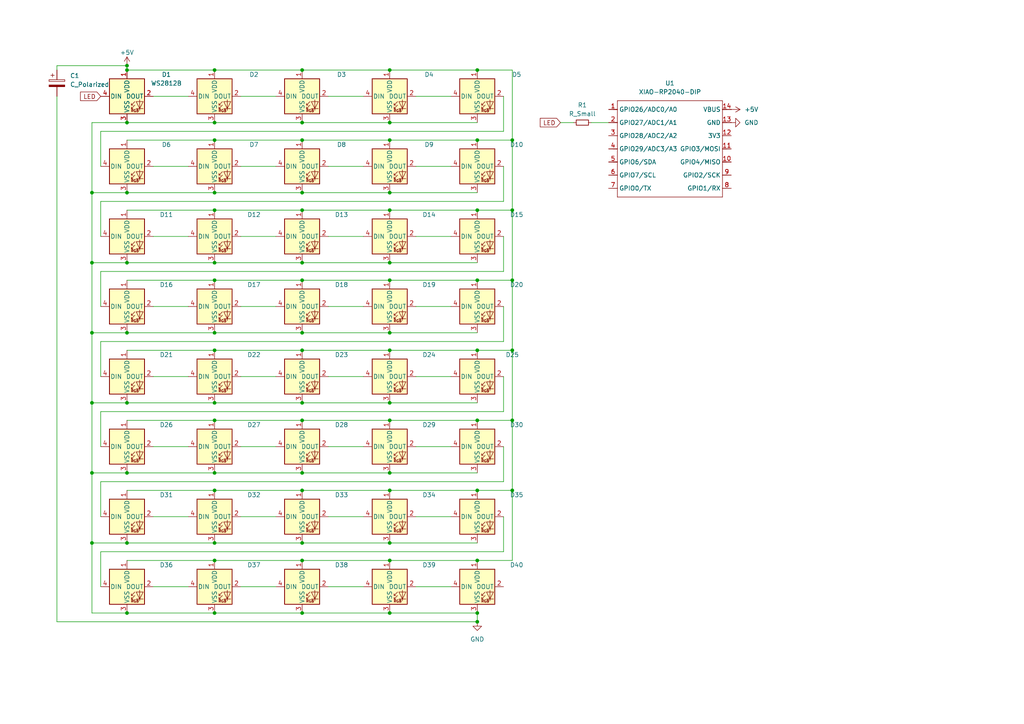
<source format=kicad_sch>
(kicad_sch (version 20231120) (generator "eeschema") (generator_version "8.0")
  (paper "A4")
  (lib_symbols
    (symbol "Device:C_Polarized" (pin_numbers hide) (pin_names (offset 0.254))
      (property "Reference" "C" (at 0.635 2.54 0))
      (property "Value" "C_Polarized" (at 0.635 -2.54 0))
      (symbol "C_Polarized_0_1"
        (rectangle (start -2.286 0.508) (end 2.286 1.016))
        (polyline (pts (xy -1.778 2.286) (xy -0.762 2.286)))
        (polyline (pts (xy -1.27 2.794) (xy -1.27 1.778)))
        (rectangle (start 2.286 -0.508) (end -2.286 -1.016) (fill (type outline)))
      )
      (symbol "C_Polarized_1_1"
        (pin passive line (at 0 3.81 270) (length 2.794) (name "~") (number "1"))
        (pin passive line (at 0 -3.81 90) (length 2.794) (name "~") (number "2"))
      )
    )
    (symbol "Device:R_Small" (pin_numbers hide) (pin_names (offset 0.254) hide)
      (property "Reference" "R" (at 0.762 0.508 0))
      (property "Value" "R_Small" (at 0.762 -1.016 0))
      (symbol "R_Small_0_1"
        (rectangle (start -0.762 1.778) (end 0.762 -1.778) (stroke (width 0.2032)))
      )
      (symbol "R_Small_1_1"
        (pin passive line (at 0 2.54 270) (length 0.762) (name "~") (number "1"))
        (pin passive line (at 0 -2.54 90) (length 0.762) (name "~") (number "2"))
      )
    )
    (symbol "LED:WS2812B" (pin_names (offset 0.254))
      (property "Reference" "D" (at 5.08 5.715 0))
      (property "Value" "WS2812B" (at 1.27 -5.715 0))
      (symbol "WS2812B_0_0"
        (text "RGB" (at 2.286 -4.191 0) (effects (font (size 0.762 0.762))))
      )
      (symbol "WS2812B_0_1"
        (polyline (pts (xy 1.27 -3.556) (xy 1.778 -3.556)))
        (polyline (pts (xy 1.27 -2.54) (xy 1.778 -2.54)))
        (polyline (pts (xy 4.699 -3.556) (xy 2.667 -3.556)))
        (polyline (pts (xy 2.286 -2.54) (xy 1.27 -3.556) (xy 1.27 -3.048)))
        (polyline (pts (xy 2.286 -1.524) (xy 1.27 -2.54) (xy 1.27 -2.032)))
        (polyline (pts (xy 3.683 -1.016) (xy 3.683 -3.556) (xy 3.683 -4.064)))
        (polyline (pts (xy 4.699 -1.524) (xy 2.667 -1.524) (xy 3.683 -3.556) (xy 4.699 -1.524)))
        (rectangle (start 5.08 5.08) (end -5.08 -5.08) (stroke (width 0.254)) (fill (type background)))
      )
      (symbol "WS2812B_1_1"
        (pin power_in line (at 0 7.62 270) (length 2.54) (name "VDD") (number "1"))
        (pin output line (at 7.62 0 180) (length 2.54) (name "DOUT") (number "2"))
        (pin power_in line (at 0 -7.62 90) (length 2.54) (name "VSS") (number "3"))
        (pin input line (at -7.62 0 0) (length 2.54) (name "DIN") (number "4"))
      )
    )
    (symbol "OPL:XIAO-RP2040-DIP"
      (property "Reference" "U" (at 0 0 0))
      (property "Value" "XIAO-RP2040-DIP" (at 5.334 -1.778 0))
      (symbol "XIAO-RP2040-DIP_1_0"
        (polyline (pts (xy -1.27 -30.48) (xy -1.27 -16.51)) (stroke (width 0.1524)))
        (polyline (pts (xy -1.27 -27.94) (xy -2.54 -27.94)) (stroke (width 0.1524)))
        (polyline (pts (xy -1.27 -24.13) (xy -2.54 -24.13)) (stroke (width 0.1524)))
        (polyline (pts (xy -1.27 -20.32) (xy -2.54 -20.32)) (stroke (width 0.1524)))
        (polyline (pts (xy -1.27 -16.51) (xy -2.54 -16.51)) (stroke (width 0.1524)))
        (polyline (pts (xy -1.27 -16.51) (xy -1.27 -12.7)) (stroke (width 0.1524)))
        (polyline (pts (xy -1.27 -12.7) (xy -2.54 -12.7)) (stroke (width 0.1524)))
        (polyline (pts (xy -1.27 -12.7) (xy -1.27 -8.89)) (stroke (width 0.1524)))
        (polyline (pts (xy -1.27 -8.89) (xy -2.54 -8.89)) (stroke (width 0.1524)))
        (polyline (pts (xy -1.27 -8.89) (xy -1.27 -5.08)) (stroke (width 0.1524)))
        (polyline (pts (xy -1.27 -5.08) (xy -2.54 -5.08)) (stroke (width 0.1524)))
        (polyline (pts (xy -1.27 -5.08) (xy -1.27 -2.54)) (stroke (width 0.1524)))
        (polyline (pts (xy -1.27 -2.54) (xy 29.21 -2.54)) (stroke (width 0.1524)))
        (polyline (pts (xy 29.21 -30.48) (xy -1.27 -30.48)) (stroke (width 0.1524)))
        (polyline (pts (xy 29.21 -12.7) (xy 29.21 -30.48)) (stroke (width 0.1524)))
        (polyline (pts (xy 29.21 -8.89) (xy 29.21 -12.7)) (stroke (width 0.1524)))
        (polyline (pts (xy 29.21 -5.08) (xy 29.21 -8.89)) (stroke (width 0.1524)))
        (polyline (pts (xy 29.21 -2.54) (xy 29.21 -5.08)) (stroke (width 0.1524)))
        (polyline (pts (xy 30.48 -27.94) (xy 29.21 -27.94)) (stroke (width 0.1524)))
        (polyline (pts (xy 30.48 -24.13) (xy 29.21 -24.13)) (stroke (width 0.1524)))
        (polyline (pts (xy 30.48 -20.32) (xy 29.21 -20.32)) (stroke (width 0.1524)))
        (polyline (pts (xy 30.48 -16.51) (xy 29.21 -16.51)) (stroke (width 0.1524)))
        (polyline (pts (xy 30.48 -12.7) (xy 29.21 -12.7)) (stroke (width 0.1524)))
        (polyline (pts (xy 30.48 -8.89) (xy 29.21 -8.89)) (stroke (width 0.1524)))
        (polyline (pts (xy 30.48 -5.08) (xy 29.21 -5.08)) (stroke (width 0.1524)))
        (pin passive line (at -3.81 -5.08 0) (length 2.54) (name "GPIO26/ADC0/A0") (number "1"))
        (pin passive line (at 31.75 -20.32 180) (length 2.54) (name "GPIO4/MISO") (number "10"))
        (pin passive line (at 31.75 -16.51 180) (length 2.54) (name "GPIO3/MOSI") (number "11"))
        (pin passive line (at 31.75 -12.7 180) (length 2.54) (name "3V3") (number "12"))
        (pin passive line (at 31.75 -8.89 180) (length 2.54) (name "GND") (number "13"))
        (pin passive line (at 31.75 -5.08 180) (length 2.54) (name "VBUS") (number "14"))
        (pin passive line (at -3.81 -8.89 0) (length 2.54) (name "GPIO27/ADC1/A1") (number "2"))
        (pin passive line (at -3.81 -12.7 0) (length 2.54) (name "GPIO28/ADC2/A2") (number "3"))
        (pin passive line (at -3.81 -16.51 0) (length 2.54) (name "GPIO29/ADC3/A3") (number "4"))
        (pin passive line (at -3.81 -20.32 0) (length 2.54) (name "GPIO6/SDA") (number "5"))
        (pin passive line (at -3.81 -24.13 0) (length 2.54) (name "GPIO7/SCL") (number "6"))
        (pin passive line (at -3.81 -27.94 0) (length 2.54) (name "GPIO0/TX") (number "7"))
        (pin passive line (at 31.75 -27.94 180) (length 2.54) (name "GPIO1/RX") (number "8"))
        (pin passive line (at 31.75 -24.13 180) (length 2.54) (name "GPIO2/SCK") (number "9"))
      )
    )
    (symbol "power:+5V" (power) (pin_numbers hide) (pin_names (offset 0) hide)
      (property "Value" "+5V" (at 0 3.556 0))
      (symbol "+5V_0_1"
        (polyline (pts (xy -0.762 1.27) (xy 0 2.54)))
        (polyline (pts (xy 0 0) (xy 0 2.54)))
        (polyline (pts (xy 0 2.54) (xy 0.762 1.27)))
      )
      (symbol "+5V_1_1"
        (pin power_in line (at 0 0 90) (length 0) (name "~") (number "1"))
      )
    )
    (symbol "power:GND" (power) (pin_numbers hide) (pin_names (offset 0) hide)
      (property "Value" "GND" (at 0 -3.81 0))
      (symbol "GND_0_1"
        (polyline (pts (xy 0 0) (xy 0 -1.27) (xy 1.27 -1.27) (xy 0 -2.54) (xy -1.27 -1.27) (xy 0 -1.27)))
      )
      (symbol "GND_1_1"
        (pin power_in line (at 0 0 270) (length 0) (name "~") (number "1"))
      )
    )
  )
  (junction (at 113.03 40.64))
  (junction (at 87.63 81.28))
  (junction (at 87.63 76.2))
  (junction (at 148.59 121.92))
  (junction (at 138.43 101.6))
  (junction (at 62.23 121.92))
  (junction (at 138.43 81.28))
  (junction (at 26.67 96.52))
  (junction (at 62.23 116.84))
  (junction (at 138.43 177.8))
  (junction (at 36.83 177.8))
  (junction (at 26.67 76.2))
  (junction (at 148.59 101.6))
  (junction (at 36.83 35.56))
  (junction (at 26.67 157.48))
  (junction (at 62.23 162.56))
  (junction (at 62.23 157.48))
  (junction (at 87.63 157.48))
  (junction (at 148.59 60.96))
  (junction (at 113.03 157.48))
  (junction (at 113.03 20.32))
  (junction (at 62.23 101.6))
  (junction (at 87.63 40.64))
  (junction (at 26.67 55.88))
  (junction (at 87.63 142.24))
  (junction (at 113.03 121.92))
  (junction (at 36.83 19.05))
  (junction (at 87.63 55.88))
  (junction (at 36.83 20.32))
  (junction (at 87.63 20.32))
  (junction (at 113.03 137.16))
  (junction (at 36.83 137.16))
  (junction (at 113.03 96.52))
  (junction (at 138.43 40.64))
  (junction (at 87.63 137.16))
  (junction (at 62.23 142.24))
  (junction (at 62.23 60.96))
  (junction (at 62.23 81.28))
  (junction (at 113.03 162.56))
  (junction (at 36.83 157.48))
  (junction (at 36.83 116.84))
  (junction (at 113.03 76.2))
  (junction (at 138.43 20.32))
  (junction (at 113.03 81.28))
  (junction (at 138.43 162.56))
  (junction (at 87.63 162.56))
  (junction (at 148.59 81.28))
  (junction (at 62.23 35.56))
  (junction (at 26.67 137.16))
  (junction (at 62.23 55.88))
  (junction (at 87.63 35.56))
  (junction (at 113.03 35.56))
  (junction (at 148.59 142.24))
  (junction (at 138.43 142.24))
  (junction (at 62.23 137.16))
  (junction (at 113.03 116.84))
  (junction (at 26.67 116.84))
  (junction (at 138.43 121.92))
  (junction (at 87.63 60.96))
  (junction (at 87.63 177.8))
  (junction (at 62.23 40.64))
  (junction (at 113.03 101.6))
  (junction (at 138.43 180.34))
  (junction (at 62.23 177.8))
  (junction (at 87.63 116.84))
  (junction (at 36.83 96.52))
  (junction (at 113.03 55.88))
  (junction (at 148.59 40.64))
  (junction (at 87.63 96.52))
  (junction (at 87.63 101.6))
  (junction (at 36.83 55.88))
  (junction (at 87.63 121.92))
  (junction (at 62.23 96.52))
  (junction (at 113.03 60.96))
  (junction (at 113.03 177.8))
  (junction (at 138.43 60.96))
  (junction (at 113.03 142.24))
  (junction (at 62.23 76.2))
  (junction (at 62.23 20.32))
  (junction (at 36.83 76.2))
  (wire (pts (xy 36.83 19.05) (xy 16.51 19.05)))
  (wire (pts (xy 36.83 60.96) (xy 62.23 60.96)))
  (wire (pts (xy 29.21 38.1) (xy 29.21 48.26)))
  (wire (pts (xy 146.05 149.86) (xy 146.05 160.02)))
  (wire (pts (xy 148.59 121.92) (xy 138.43 121.92)))
  (wire (pts (xy 120.65 88.9) (xy 130.81 88.9)))
  (wire (pts (xy 62.23 35.56) (xy 87.63 35.56)))
  (wire (pts (xy 120.65 109.22) (xy 130.81 109.22)))
  (wire (pts (xy 95.25 48.26) (xy 105.41 48.26)))
  (wire (pts (xy 146.05 38.1) (xy 29.21 38.1)))
  (wire (pts (xy 138.43 81.28) (xy 148.59 81.28)))
  (wire (pts (xy 113.03 142.24) (xy 138.43 142.24)))
  (wire (pts (xy 36.83 96.52) (xy 62.23 96.52)))
  (wire (pts (xy 95.25 27.94) (xy 105.41 27.94)))
  (wire (pts (xy 62.23 55.88) (xy 87.63 55.88)))
  (wire (pts (xy 62.23 76.2) (xy 87.63 76.2)))
  (wire (pts (xy 113.03 76.2) (xy 138.43 76.2)))
  (wire (pts (xy 87.63 35.56) (xy 113.03 35.56)))
  (wire (pts (xy 148.59 142.24) (xy 148.59 162.56)))
  (wire (pts (xy 113.03 60.96) (xy 138.43 60.96)))
  (wire (pts (xy 29.21 139.7) (xy 29.21 149.86)))
  (wire (pts (xy 148.59 121.92) (xy 148.59 142.24)))
  (wire (pts (xy 36.83 76.2) (xy 62.23 76.2)))
  (wire (pts (xy 36.83 142.24) (xy 62.23 142.24)))
  (wire (pts (xy 44.45 149.86) (xy 54.61 149.86)))
  (wire (pts (xy 146.05 119.38) (xy 29.21 119.38)))
  (wire (pts (xy 29.21 160.02) (xy 29.21 170.18)))
  (wire (pts (xy 29.21 58.42) (xy 29.21 68.58)))
  (wire (pts (xy 62.23 137.16) (xy 87.63 137.16)))
  (wire (pts (xy 29.21 119.38) (xy 29.21 129.54)))
  (wire (pts (xy 146.05 68.58) (xy 146.05 78.74)))
  (wire (pts (xy 62.23 157.48) (xy 87.63 157.48)))
  (wire (pts (xy 69.85 129.54) (xy 80.01 129.54)))
  (wire (pts (xy 62.23 177.8) (xy 87.63 177.8)))
  (wire (pts (xy 36.83 162.56) (xy 62.23 162.56)))
  (wire (pts (xy 113.03 96.52) (xy 138.43 96.52)))
  (wire (pts (xy 148.59 20.32) (xy 148.59 40.64)))
  (wire (pts (xy 138.43 60.96) (xy 148.59 60.96)))
  (wire (pts (xy 148.59 162.56) (xy 138.43 162.56)))
  (wire (pts (xy 113.03 137.16) (xy 138.43 137.16)))
  (wire (pts (xy 146.05 160.02) (xy 29.21 160.02)))
  (wire (pts (xy 148.59 60.96) (xy 148.59 81.28)))
  (wire (pts (xy 87.63 162.56) (xy 113.03 162.56)))
  (wire (pts (xy 113.03 177.8) (xy 138.43 177.8)))
  (wire (pts (xy 44.45 170.18) (xy 54.61 170.18)))
  (wire (pts (xy 87.63 20.32) (xy 113.03 20.32)))
  (wire (pts (xy 29.21 78.74) (xy 29.21 88.9)))
  (wire (pts (xy 87.63 81.28) (xy 113.03 81.28)))
  (wire (pts (xy 146.05 48.26) (xy 146.05 58.42)))
  (wire (pts (xy 95.25 88.9) (xy 105.41 88.9)))
  (wire (pts (xy 113.03 55.88) (xy 138.43 55.88)))
  (wire (pts (xy 69.85 170.18) (xy 80.01 170.18)))
  (wire (pts (xy 146.05 27.94) (xy 146.05 38.1)))
  (wire (pts (xy 26.67 177.8) (xy 36.83 177.8)))
  (wire (pts (xy 62.23 142.24) (xy 87.63 142.24)))
  (wire (pts (xy 69.85 48.26) (xy 80.01 48.26)))
  (wire (pts (xy 36.83 81.28) (xy 62.23 81.28)))
  (wire (pts (xy 26.67 35.56) (xy 26.67 55.88)))
  (wire (pts (xy 146.05 109.22) (xy 146.05 119.38)))
  (wire (pts (xy 36.83 137.16) (xy 62.23 137.16)))
  (wire (pts (xy 36.83 19.05) (xy 36.83 20.32)))
  (wire (pts (xy 148.59 40.64) (xy 148.59 60.96)))
  (wire (pts (xy 62.23 162.56) (xy 87.63 162.56)))
  (wire (pts (xy 36.83 101.6) (xy 62.23 101.6)))
  (wire (pts (xy 95.25 109.22) (xy 105.41 109.22)))
  (wire (pts (xy 113.03 40.64) (xy 138.43 40.64)))
  (wire (pts (xy 120.65 170.18) (xy 130.81 170.18)))
  (wire (pts (xy 146.05 129.54) (xy 146.05 139.7)))
  (wire (pts (xy 36.83 177.8) (xy 62.23 177.8)))
  (wire (pts (xy 26.67 116.84) (xy 36.83 116.84)))
  (wire (pts (xy 62.23 81.28) (xy 87.63 81.28)))
  (wire (pts (xy 146.05 88.9) (xy 146.05 99.06)))
  (wire (pts (xy 62.23 121.92) (xy 87.63 121.92)))
  (wire (pts (xy 26.67 137.16) (xy 36.83 137.16)))
  (wire (pts (xy 113.03 35.56) (xy 138.43 35.56)))
  (wire (pts (xy 87.63 101.6) (xy 113.03 101.6)))
  (wire (pts (xy 26.67 157.48) (xy 36.83 157.48)))
  (wire (pts (xy 171.45 35.56) (xy 176.53 35.56)))
  (wire (pts (xy 87.63 96.52) (xy 113.03 96.52)))
  (wire (pts (xy 62.23 20.32) (xy 87.63 20.32)))
  (wire (pts (xy 120.65 68.58) (xy 130.81 68.58)))
  (wire (pts (xy 36.83 55.88) (xy 62.23 55.88)))
  (wire (pts (xy 87.63 157.48) (xy 113.03 157.48)))
  (wire (pts (xy 87.63 40.64) (xy 113.03 40.64)))
  (wire (pts (xy 36.83 20.32) (xy 62.23 20.32)))
  (wire (pts (xy 26.67 76.2) (xy 26.67 96.52)))
  (wire (pts (xy 138.43 101.6) (xy 148.59 101.6)))
  (wire (pts (xy 26.67 116.84) (xy 26.67 137.16)))
  (wire (pts (xy 113.03 121.92) (xy 138.43 121.92)))
  (wire (pts (xy 44.45 88.9) (xy 54.61 88.9)))
  (wire (pts (xy 162.56 35.56) (xy 166.37 35.56)))
  (wire (pts (xy 120.65 27.94) (xy 130.81 27.94)))
  (wire (pts (xy 95.25 68.58) (xy 105.41 68.58)))
  (wire (pts (xy 62.23 116.84) (xy 87.63 116.84)))
  (wire (pts (xy 146.05 139.7) (xy 29.21 139.7)))
  (wire (pts (xy 148.59 40.64) (xy 138.43 40.64)))
  (wire (pts (xy 44.45 27.94) (xy 54.61 27.94)))
  (wire (pts (xy 44.45 48.26) (xy 54.61 48.26)))
  (wire (pts (xy 113.03 162.56) (xy 138.43 162.56)))
  (wire (pts (xy 87.63 142.24) (xy 113.03 142.24)))
  (wire (pts (xy 62.23 96.52) (xy 87.63 96.52)))
  (wire (pts (xy 16.51 180.34) (xy 138.43 180.34)))
  (wire (pts (xy 36.83 157.48) (xy 62.23 157.48)))
  (wire (pts (xy 87.63 116.84) (xy 113.03 116.84)))
  (wire (pts (xy 95.25 129.54) (xy 105.41 129.54)))
  (wire (pts (xy 26.67 55.88) (xy 36.83 55.88)))
  (wire (pts (xy 146.05 58.42) (xy 29.21 58.42)))
  (wire (pts (xy 87.63 55.88) (xy 113.03 55.88)))
  (wire (pts (xy 69.85 88.9) (xy 80.01 88.9)))
  (wire (pts (xy 36.83 35.56) (xy 26.67 35.56)))
  (wire (pts (xy 69.85 68.58) (xy 80.01 68.58)))
  (wire (pts (xy 69.85 149.86) (xy 80.01 149.86)))
  (wire (pts (xy 62.23 40.64) (xy 87.63 40.64)))
  (wire (pts (xy 16.51 19.05) (xy 16.51 20.32)))
  (wire (pts (xy 62.23 60.96) (xy 87.63 60.96)))
  (wire (pts (xy 113.03 101.6) (xy 138.43 101.6)))
  (wire (pts (xy 36.83 35.56) (xy 62.23 35.56)))
  (wire (pts (xy 36.83 40.64) (xy 62.23 40.64)))
  (wire (pts (xy 113.03 116.84) (xy 138.43 116.84)))
  (wire (pts (xy 69.85 109.22) (xy 80.01 109.22)))
  (wire (pts (xy 146.05 78.74) (xy 29.21 78.74)))
  (wire (pts (xy 26.67 157.48) (xy 26.67 177.8)))
  (wire (pts (xy 36.83 116.84) (xy 62.23 116.84)))
  (wire (pts (xy 120.65 48.26) (xy 130.81 48.26)))
  (wire (pts (xy 120.65 129.54) (xy 130.81 129.54)))
  (wire (pts (xy 113.03 20.32) (xy 138.43 20.32)))
  (wire (pts (xy 87.63 76.2) (xy 113.03 76.2)))
  (wire (pts (xy 138.43 180.34) (xy 138.43 177.8)))
  (wire (pts (xy 120.65 149.86) (xy 130.81 149.86)))
  (wire (pts (xy 44.45 129.54) (xy 54.61 129.54)))
  (wire (pts (xy 62.23 101.6) (xy 87.63 101.6)))
  (wire (pts (xy 148.59 142.24) (xy 138.43 142.24)))
  (wire (pts (xy 44.45 109.22) (xy 54.61 109.22)))
  (wire (pts (xy 87.63 177.8) (xy 113.03 177.8)))
  (wire (pts (xy 87.63 137.16) (xy 113.03 137.16)))
  (wire (pts (xy 95.25 149.86) (xy 105.41 149.86)))
  (wire (pts (xy 44.45 68.58) (xy 54.61 68.58)))
  (wire (pts (xy 146.05 99.06) (xy 29.21 99.06)))
  (wire (pts (xy 29.21 99.06) (xy 29.21 109.22)))
  (wire (pts (xy 148.59 101.6) (xy 148.59 121.92)))
  (wire (pts (xy 69.85 27.94) (xy 80.01 27.94)))
  (wire (pts (xy 138.43 20.32) (xy 148.59 20.32)))
  (wire (pts (xy 87.63 121.92) (xy 113.03 121.92)))
  (wire (pts (xy 16.51 27.94) (xy 16.51 180.34)))
  (wire (pts (xy 113.03 157.48) (xy 138.43 157.48)))
  (wire (pts (xy 113.03 81.28) (xy 138.43 81.28)))
  (wire (pts (xy 26.67 96.52) (xy 36.83 96.52)))
  (wire (pts (xy 26.67 76.2) (xy 36.83 76.2)))
  (wire (pts (xy 36.83 121.92) (xy 62.23 121.92)))
  (wire (pts (xy 26.67 137.16) (xy 26.67 157.48)))
  (wire (pts (xy 95.25 170.18) (xy 105.41 170.18)))
  (wire (pts (xy 148.59 81.28) (xy 148.59 101.6)))
  (wire (pts (xy 26.67 55.88) (xy 26.67 76.2)))
  (wire (pts (xy 87.63 60.96) (xy 113.03 60.96)))
  (wire (pts (xy 26.67 96.52) (xy 26.67 116.84)))
  (global_label "LED" (shape input) (at 162.56 35.56 180) (property "Intersheetrefs" "${INTERSHEET_REFS}" (effects (hide yes))))
  (global_label "LED" (shape input) (at 29.21 27.94 180) (property "Intersheetrefs" "${INTERSHEET_REFS}" (effects (hide yes))))
  (symbol (lib_id "LED:WS2812B") (at 36.83 27.94 0) (unit 1)
    (property "Reference" "D1" (at 48.26 21.6214 0))
    (property "Value" "WS2812B" (at 48.26 24.1614 0))
    (property "Footprint" "LED_SMD:LED_WS2812B_PLCC4_5.0x5.0mm_P3.2mm" (effects (hide yes)))
    (property "Datasheet" "https://cdn-shop.adafruit.com/datasheets/WS2812B.pdf" (effects (hide yes)))
    (property "Description" "RGB LED with integrated controller" (effects (hide yes)))
  )
  (symbol (lib_id "LED:WS2812B") (at 87.63 109.22 0) (unit 1)
    (property "Reference" "D23" (at 99.06 102.9014 0))
    (property "Value" "WS2812B" (effects (hide yes)))
    (property "Footprint" "LED_SMD:LED_WS2812B_PLCC4_5.0x5.0mm_P3.2mm" (effects (hide yes)))
    (property "Datasheet" "https://cdn-shop.adafruit.com/datasheets/WS2812B.pdf" (effects (hide yes)))
    (property "Description" "RGB LED with integrated controller" (effects (hide yes)))
  )
  (symbol (lib_id "LED:WS2812B") (at 113.03 170.18 0) (unit 1)
    (property "Reference" "D39" (at 124.46 163.8614 0))
    (property "Value" "WS2812B" (effects (hide yes)))
    (property "Footprint" "LED_SMD:LED_WS2812B_PLCC4_5.0x5.0mm_P3.2mm" (effects (hide yes)))
    (property "Datasheet" "https://cdn-shop.adafruit.com/datasheets/WS2812B.pdf" (effects (hide yes)))
    (property "Description" "RGB LED with integrated controller" (effects (hide yes)))
  )
  (symbol (lib_id "LED:WS2812B") (at 138.43 109.22 0) (unit 1)
    (property "Reference" "D25" (at 148.59 102.9014 0))
    (property "Value" "WS2812B" (effects (hide yes)))
    (property "Footprint" "LED_SMD:LED_WS2812B_PLCC4_5.0x5.0mm_P3.2mm" (effects (hide yes)))
    (property "Datasheet" "https://cdn-shop.adafruit.com/datasheets/WS2812B.pdf" (effects (hide yes)))
    (property "Description" "RGB LED with integrated controller" (effects (hide yes)))
  )
  (symbol (lib_id "LED:WS2812B") (at 36.83 48.26 0) (unit 1)
    (property "Reference" "D6" (at 48.26 41.9414 0))
    (property "Value" "WS2812B" (effects (hide yes)))
    (property "Footprint" "LED_SMD:LED_WS2812B_PLCC4_5.0x5.0mm_P3.2mm" (effects (hide yes)))
    (property "Datasheet" "https://cdn-shop.adafruit.com/datasheets/WS2812B.pdf" (effects (hide yes)))
    (property "Description" "RGB LED with integrated controller" (effects (hide yes)))
  )
  (symbol (lib_id "power:+5V") (at 36.83 19.05 0) (unit 1)
    (property "Reference" "#PWR01" (effects (hide yes)))
    (property "Value" "+5V" (at 36.83 15.24 0))
    (property "Description" "Power symbol creates a global label with name \"+5V\"" (effects (hide yes)))
  )
  (symbol (lib_id "LED:WS2812B") (at 138.43 88.9 0) (unit 1)
    (property "Reference" "D20" (at 149.86 82.5814 0))
    (property "Value" "WS2812B" (effects (hide yes)))
    (property "Footprint" "LED_SMD:LED_WS2812B_PLCC4_5.0x5.0mm_P3.2mm" (effects (hide yes)))
    (property "Datasheet" "https://cdn-shop.adafruit.com/datasheets/WS2812B.pdf" (effects (hide yes)))
    (property "Description" "RGB LED with integrated controller" (effects (hide yes)))
  )
  (symbol (lib_id "LED:WS2812B") (at 113.03 48.26 0) (unit 1)
    (property "Reference" "D9" (at 124.46 41.9414 0))
    (property "Value" "WS2812B" (effects (hide yes)))
    (property "Footprint" "LED_SMD:LED_WS2812B_PLCC4_5.0x5.0mm_P3.2mm" (effects (hide yes)))
    (property "Datasheet" "https://cdn-shop.adafruit.com/datasheets/WS2812B.pdf" (effects (hide yes)))
    (property "Description" "RGB LED with integrated controller" (effects (hide yes)))
  )
  (symbol (lib_id "LED:WS2812B") (at 138.43 129.54 0) (unit 1)
    (property "Reference" "D30" (at 149.86 123.2214 0))
    (property "Value" "WS2812B" (effects (hide yes)))
    (property "Footprint" "LED_SMD:LED_WS2812B_PLCC4_5.0x5.0mm_P3.2mm" (effects (hide yes)))
    (property "Datasheet" "https://cdn-shop.adafruit.com/datasheets/WS2812B.pdf" (effects (hide yes)))
    (property "Description" "RGB LED with integrated controller" (effects (hide yes)))
  )
  (symbol (lib_id "Device:C_Polarized") (at 16.51 24.13 0) (unit 1)
    (property "Reference" "C1" (at 20.32 21.9709 0) (effects (justify left)))
    (property "Value" "C_Polarized" (at 20.32 24.5109 0) (effects (justify left)))
    (property "Footprint" "Capacitor_THT:CP_Radial_D8.0mm_P2.50mm" (effects (hide yes)))
    (property "Description" "Polarized capacitor" (effects (hide yes)))
  )
  (symbol (lib_id "LED:WS2812B") (at 113.03 27.94 0) (unit 1)
    (property "Reference" "D4" (at 124.46 21.6214 0))
    (property "Value" "WS2812B" (effects (hide yes)))
    (property "Footprint" "LED_SMD:LED_WS2812B_PLCC4_5.0x5.0mm_P3.2mm" (effects (hide yes)))
    (property "Datasheet" "https://cdn-shop.adafruit.com/datasheets/WS2812B.pdf" (effects (hide yes)))
    (property "Description" "RGB LED with integrated controller" (effects (hide yes)))
  )
  (symbol (lib_id "LED:WS2812B") (at 138.43 68.58 0) (unit 1)
    (property "Reference" "D15" (at 149.86 62.2614 0))
    (property "Value" "WS2812B" (effects (hide yes)))
    (property "Footprint" "LED_SMD:LED_WS2812B_PLCC4_5.0x5.0mm_P3.2mm" (effects (hide yes)))
    (property "Datasheet" "https://cdn-shop.adafruit.com/datasheets/WS2812B.pdf" (effects (hide yes)))
    (property "Description" "RGB LED with integrated controller" (effects (hide yes)))
  )
  (symbol (lib_id "LED:WS2812B") (at 113.03 68.58 0) (unit 1)
    (property "Reference" "D14" (at 124.46 62.2614 0))
    (property "Value" "WS2812B" (effects (hide yes)))
    (property "Footprint" "LED_SMD:LED_WS2812B_PLCC4_5.0x5.0mm_P3.2mm" (effects (hide yes)))
    (property "Datasheet" "https://cdn-shop.adafruit.com/datasheets/WS2812B.pdf" (effects (hide yes)))
    (property "Description" "RGB LED with integrated controller" (effects (hide yes)))
  )
  (symbol (lib_id "LED:WS2812B") (at 138.43 27.94 0) (unit 1)
    (property "Reference" "D5" (at 149.86 21.6214 0))
    (property "Value" "WS2812B" (effects (hide yes)))
    (property "Footprint" "LED_SMD:LED_WS2812B_PLCC4_5.0x5.0mm_P3.2mm" (effects (hide yes)))
    (property "Datasheet" "https://cdn-shop.adafruit.com/datasheets/WS2812B.pdf" (effects (hide yes)))
    (property "Description" "RGB LED with integrated controller" (effects (hide yes)))
  )
  (symbol (lib_id "LED:WS2812B") (at 113.03 88.9 0) (unit 1)
    (property "Reference" "D19" (at 124.46 82.5814 0))
    (property "Value" "WS2812B" (effects (hide yes)))
    (property "Footprint" "LED_SMD:LED_WS2812B_PLCC4_5.0x5.0mm_P3.2mm" (effects (hide yes)))
    (property "Datasheet" "https://cdn-shop.adafruit.com/datasheets/WS2812B.pdf" (effects (hide yes)))
    (property "Description" "RGB LED with integrated controller" (effects (hide yes)))
  )
  (symbol (lib_id "LED:WS2812B") (at 87.63 129.54 0) (unit 1)
    (property "Reference" "D28" (at 99.06 123.2214 0))
    (property "Value" "WS2812B" (effects (hide yes)))
    (property "Footprint" "LED_SMD:LED_WS2812B_PLCC4_5.0x5.0mm_P3.2mm" (effects (hide yes)))
    (property "Datasheet" "https://cdn-shop.adafruit.com/datasheets/WS2812B.pdf" (effects (hide yes)))
    (property "Description" "RGB LED with integrated controller" (effects (hide yes)))
  )
  (symbol (lib_id "LED:WS2812B") (at 113.03 149.86 0) (unit 1)
    (property "Reference" "D34" (at 124.46 143.5414 0))
    (property "Value" "WS2812B" (effects (hide yes)))
    (property "Footprint" "LED_SMD:LED_WS2812B_PLCC4_5.0x5.0mm_P3.2mm" (effects (hide yes)))
    (property "Datasheet" "https://cdn-shop.adafruit.com/datasheets/WS2812B.pdf" (effects (hide yes)))
    (property "Description" "RGB LED with integrated controller" (effects (hide yes)))
  )
  (symbol (lib_id "LED:WS2812B") (at 138.43 149.86 0) (unit 1)
    (property "Reference" "D35" (at 149.86 143.5414 0))
    (property "Value" "WS2812B" (effects (hide yes)))
    (property "Footprint" "LED_SMD:LED_WS2812B_PLCC4_5.0x5.0mm_P3.2mm" (effects (hide yes)))
    (property "Datasheet" "https://cdn-shop.adafruit.com/datasheets/WS2812B.pdf" (effects (hide yes)))
    (property "Description" "RGB LED with integrated controller" (effects (hide yes)))
  )
  (symbol (lib_id "LED:WS2812B") (at 62.23 109.22 0) (unit 1)
    (property "Reference" "D22" (at 73.66 102.9014 0))
    (property "Value" "WS2812B" (effects (hide yes)))
    (property "Footprint" "LED_SMD:LED_WS2812B_PLCC4_5.0x5.0mm_P3.2mm" (effects (hide yes)))
    (property "Datasheet" "https://cdn-shop.adafruit.com/datasheets/WS2812B.pdf" (effects (hide yes)))
    (property "Description" "RGB LED with integrated controller" (effects (hide yes)))
  )
  (symbol (lib_id "LED:WS2812B") (at 62.23 88.9 0) (unit 1)
    (property "Reference" "D17" (at 73.66 82.5814 0))
    (property "Value" "WS2812B" (effects (hide yes)))
    (property "Footprint" "LED_SMD:LED_WS2812B_PLCC4_5.0x5.0mm_P3.2mm" (effects (hide yes)))
    (property "Datasheet" "https://cdn-shop.adafruit.com/datasheets/WS2812B.pdf" (effects (hide yes)))
    (property "Description" "RGB LED with integrated controller" (effects (hide yes)))
  )
  (symbol (lib_id "LED:WS2812B") (at 36.83 170.18 0) (unit 1)
    (property "Reference" "D36" (at 48.26 163.8614 0))
    (property "Value" "WS2812B" (effects (hide yes)))
    (property "Footprint" "LED_SMD:LED_WS2812B_PLCC4_5.0x5.0mm_P3.2mm" (effects (hide yes)))
    (property "Datasheet" "https://cdn-shop.adafruit.com/datasheets/WS2812B.pdf" (effects (hide yes)))
    (property "Description" "RGB LED with integrated controller" (effects (hide yes)))
  )
  (symbol (lib_id "LED:WS2812B") (at 113.03 109.22 0) (unit 1)
    (property "Reference" "D24" (at 124.46 102.9014 0))
    (property "Value" "WS2812B" (effects (hide yes)))
    (property "Footprint" "LED_SMD:LED_WS2812B_PLCC4_5.0x5.0mm_P3.2mm" (effects (hide yes)))
    (property "Datasheet" "https://cdn-shop.adafruit.com/datasheets/WS2812B.pdf" (effects (hide yes)))
    (property "Description" "RGB LED with integrated controller" (effects (hide yes)))
  )
  (symbol (lib_id "LED:WS2812B") (at 138.43 170.18 0) (unit 1)
    (property "Reference" "D40" (at 149.86 163.8614 0))
    (property "Value" "WS2812B" (effects (hide yes)))
    (property "Footprint" "LED_SMD:LED_WS2812B_PLCC4_5.0x5.0mm_P3.2mm" (effects (hide yes)))
    (property "Datasheet" "https://cdn-shop.adafruit.com/datasheets/WS2812B.pdf" (effects (hide yes)))
    (property "Description" "RGB LED with integrated controller" (effects (hide yes)))
  )
  (symbol (lib_id "LED:WS2812B") (at 87.63 48.26 0) (unit 1)
    (property "Reference" "D8" (at 99.06 41.9414 0))
    (property "Value" "WS2812B" (effects (hide yes)))
    (property "Footprint" "LED_SMD:LED_WS2812B_PLCC4_5.0x5.0mm_P3.2mm" (effects (hide yes)))
    (property "Datasheet" "https://cdn-shop.adafruit.com/datasheets/WS2812B.pdf" (effects (hide yes)))
    (property "Description" "RGB LED with integrated controller" (effects (hide yes)))
  )
  (symbol (lib_id "LED:WS2812B") (at 62.23 27.94 0) (unit 1)
    (property "Reference" "D2" (at 73.66 21.6214 0))
    (property "Value" "WS2812B" (effects (hide yes)))
    (property "Footprint" "LED_SMD:LED_WS2812B_PLCC4_5.0x5.0mm_P3.2mm" (effects (hide yes)))
    (property "Datasheet" "https://cdn-shop.adafruit.com/datasheets/WS2812B.pdf" (effects (hide yes)))
    (property "Description" "RGB LED with integrated controller" (effects (hide yes)))
  )
  (symbol (lib_id "LED:WS2812B") (at 113.03 129.54 0) (unit 1)
    (property "Reference" "D29" (at 124.46 123.2214 0))
    (property "Value" "WS2812B" (effects (hide yes)))
    (property "Footprint" "LED_SMD:LED_WS2812B_PLCC4_5.0x5.0mm_P3.2mm" (effects (hide yes)))
    (property "Datasheet" "https://cdn-shop.adafruit.com/datasheets/WS2812B.pdf" (effects (hide yes)))
    (property "Description" "RGB LED with integrated controller" (effects (hide yes)))
  )
  (symbol (lib_id "LED:WS2812B") (at 62.23 149.86 0) (unit 1)
    (property "Reference" "D32" (at 73.66 143.5414 0))
    (property "Value" "WS2812B" (effects (hide yes)))
    (property "Footprint" "LED_SMD:LED_WS2812B_PLCC4_5.0x5.0mm_P3.2mm" (effects (hide yes)))
    (property "Datasheet" "https://cdn-shop.adafruit.com/datasheets/WS2812B.pdf" (effects (hide yes)))
    (property "Description" "RGB LED with integrated controller" (effects (hide yes)))
  )
  (symbol (lib_id "LED:WS2812B") (at 62.23 129.54 0) (unit 1)
    (property "Reference" "D27" (at 73.66 123.2214 0))
    (property "Value" "WS2812B" (effects (hide yes)))
    (property "Footprint" "LED_SMD:LED_WS2812B_PLCC4_5.0x5.0mm_P3.2mm" (effects (hide yes)))
    (property "Datasheet" "https://cdn-shop.adafruit.com/datasheets/WS2812B.pdf" (effects (hide yes)))
    (property "Description" "RGB LED with integrated controller" (effects (hide yes)))
  )
  (symbol (lib_id "LED:WS2812B") (at 36.83 149.86 0) (unit 1)
    (property "Reference" "D31" (at 48.26 143.5414 0))
    (property "Value" "WS2812B" (effects (hide yes)))
    (property "Footprint" "LED_SMD:LED_WS2812B_PLCC4_5.0x5.0mm_P3.2mm" (effects (hide yes)))
    (property "Datasheet" "https://cdn-shop.adafruit.com/datasheets/WS2812B.pdf" (effects (hide yes)))
    (property "Description" "RGB LED with integrated controller" (effects (hide yes)))
  )
  (symbol (lib_id "LED:WS2812B") (at 87.63 88.9 0) (unit 1)
    (property "Reference" "D18" (at 99.06 82.5814 0))
    (property "Value" "WS2812B" (effects (hide yes)))
    (property "Footprint" "LED_SMD:LED_WS2812B_PLCC4_5.0x5.0mm_P3.2mm" (effects (hide yes)))
    (property "Datasheet" "https://cdn-shop.adafruit.com/datasheets/WS2812B.pdf" (effects (hide yes)))
    (property "Description" "RGB LED with integrated controller" (effects (hide yes)))
  )
  (symbol (lib_id "LED:WS2812B") (at 138.43 48.26 0) (unit 1)
    (property "Reference" "D10" (at 149.86 41.9414 0))
    (property "Value" "WS2812B" (effects (hide yes)))
    (property "Footprint" "LED_SMD:LED_WS2812B_PLCC4_5.0x5.0mm_P3.2mm" (effects (hide yes)))
    (property "Datasheet" "https://cdn-shop.adafruit.com/datasheets/WS2812B.pdf" (effects (hide yes)))
    (property "Description" "RGB LED with integrated controller" (effects (hide yes)))
  )
  (symbol (lib_id "LED:WS2812B") (at 87.63 27.94 0) (unit 1)
    (property "Reference" "D3" (at 99.06 21.6214 0))
    (property "Value" "WS2812B" (effects (hide yes)))
    (property "Footprint" "LED_SMD:LED_WS2812B_PLCC4_5.0x5.0mm_P3.2mm" (effects (hide yes)))
    (property "Datasheet" "https://cdn-shop.adafruit.com/datasheets/WS2812B.pdf" (effects (hide yes)))
    (property "Description" "RGB LED with integrated controller" (effects (hide yes)))
  )
  (symbol (lib_id "LED:WS2812B") (at 36.83 109.22 0) (unit 1)
    (property "Reference" "D21" (at 48.26 102.9014 0))
    (property "Value" "WS2812B" (effects (hide yes)))
    (property "Footprint" "LED_SMD:LED_WS2812B_PLCC4_5.0x5.0mm_P3.2mm" (effects (hide yes)))
    (property "Datasheet" "https://cdn-shop.adafruit.com/datasheets/WS2812B.pdf" (effects (hide yes)))
    (property "Description" "RGB LED with integrated controller" (effects (hide yes)))
  )
  (symbol (lib_id "LED:WS2812B") (at 62.23 170.18 0) (unit 1)
    (property "Reference" "D37" (at 73.66 163.8614 0))
    (property "Value" "WS2812B" (effects (hide yes)))
    (property "Footprint" "LED_SMD:LED_WS2812B_PLCC4_5.0x5.0mm_P3.2mm" (effects (hide yes)))
    (property "Datasheet" "https://cdn-shop.adafruit.com/datasheets/WS2812B.pdf" (effects (hide yes)))
    (property "Description" "RGB LED with integrated controller" (effects (hide yes)))
  )
  (symbol (lib_id "OPL:XIAO-RP2040-DIP") (at 180.34 26.67 0) (unit 1)
    (property "Reference" "U1" (at 194.31 24.13 0))
    (property "Value" "XIAO-RP2040-DIP" (at 194.31 26.67 0))
    (property "Footprint" "OPL:XIAO-RP2040-DIP" (effects (hide yes)))
  )
  (symbol (lib_id "power:GND") (at 212.09 35.56 90) (unit 1)
    (property "Reference" "#PWR03" (effects (hide yes)))
    (property "Value" "GND" (at 215.9 35.5599 90) (effects (justify right)))
    (property "Description" "Power symbol creates a global label with name \"GND\" , ground" (effects (hide yes)))
  )
  (symbol (lib_id "LED:WS2812B") (at 87.63 170.18 0) (unit 1)
    (property "Reference" "D38" (at 99.06 163.8614 0))
    (property "Value" "WS2812B" (effects (hide yes)))
    (property "Footprint" "LED_SMD:LED_WS2812B_PLCC4_5.0x5.0mm_P3.2mm" (effects (hide yes)))
    (property "Datasheet" "https://cdn-shop.adafruit.com/datasheets/WS2812B.pdf" (effects (hide yes)))
    (property "Description" "RGB LED with integrated controller" (effects (hide yes)))
  )
  (symbol (lib_id "power:GND") (at 138.43 180.34 0) (unit 1)
    (property "Reference" "#PWR02" (effects (hide yes)))
    (property "Value" "GND" (at 138.43 185.42 0))
    (property "Description" "Power symbol creates a global label with name \"GND\" , ground" (effects (hide yes)))
  )
  (symbol (lib_id "power:+5V") (at 212.09 31.75 270) (unit 1)
    (property "Reference" "#PWR04" (effects (hide yes)))
    (property "Value" "+5V" (at 215.9 31.7499 90) (effects (justify left)))
    (property "Description" "Power symbol creates a global label with name \"+5V\"" (effects (hide yes)))
  )
  (symbol (lib_id "LED:WS2812B") (at 87.63 68.58 0) (unit 1)
    (property "Reference" "D13" (at 99.06 62.2614 0))
    (property "Value" "WS2812B" (effects (hide yes)))
    (property "Footprint" "LED_SMD:LED_WS2812B_PLCC4_5.0x5.0mm_P3.2mm" (effects (hide yes)))
    (property "Datasheet" "https://cdn-shop.adafruit.com/datasheets/WS2812B.pdf" (effects (hide yes)))
    (property "Description" "RGB LED with integrated controller" (effects (hide yes)))
  )
  (symbol (lib_id "LED:WS2812B") (at 36.83 129.54 0) (unit 1)
    (property "Reference" "D26" (at 48.26 123.2214 0))
    (property "Value" "WS2812B" (effects (hide yes)))
    (property "Footprint" "LED_SMD:LED_WS2812B_PLCC4_5.0x5.0mm_P3.2mm" (effects (hide yes)))
    (property "Datasheet" "https://cdn-shop.adafruit.com/datasheets/WS2812B.pdf" (effects (hide yes)))
    (property "Description" "RGB LED with integrated controller" (effects (hide yes)))
  )
  (symbol (lib_id "LED:WS2812B") (at 36.83 88.9 0) (unit 1)
    (property "Reference" "D16" (at 48.26 82.5814 0))
    (property "Value" "WS2812B" (effects (hide yes)))
    (property "Footprint" "LED_SMD:LED_WS2812B_PLCC4_5.0x5.0mm_P3.2mm" (effects (hide yes)))
    (property "Datasheet" "https://cdn-shop.adafruit.com/datasheets/WS2812B.pdf" (effects (hide yes)))
    (property "Description" "RGB LED with integrated controller" (effects (hide yes)))
  )
  (symbol (lib_id "LED:WS2812B") (at 62.23 68.58 0) (unit 1)
    (property "Reference" "D12" (at 73.66 62.2614 0))
    (property "Value" "WS2812B" (effects (hide yes)))
    (property "Footprint" "LED_SMD:LED_WS2812B_PLCC4_5.0x5.0mm_P3.2mm" (effects (hide yes)))
    (property "Datasheet" "https://cdn-shop.adafruit.com/datasheets/WS2812B.pdf" (effects (hide yes)))
    (property "Description" "RGB LED with integrated controller" (effects (hide yes)))
  )
  (symbol (lib_id "LED:WS2812B") (at 62.23 48.26 0) (unit 1)
    (property "Reference" "D7" (at 73.66 41.9414 0))
    (property "Value" "WS2812B" (effects (hide yes)))
    (property "Footprint" "LED_SMD:LED_WS2812B_PLCC4_5.0x5.0mm_P3.2mm" (effects (hide yes)))
    (property "Datasheet" "https://cdn-shop.adafruit.com/datasheets/WS2812B.pdf" (effects (hide yes)))
    (property "Description" "RGB LED with integrated controller" (effects (hide yes)))
  )
  (symbol (lib_id "LED:WS2812B") (at 87.63 149.86 0) (unit 1)
    (property "Reference" "D33" (at 99.06 143.5414 0))
    (property "Value" "WS2812B" (effects (hide yes)))
    (property "Footprint" "LED_SMD:LED_WS2812B_PLCC4_5.0x5.0mm_P3.2mm" (effects (hide yes)))
    (property "Datasheet" "https://cdn-shop.adafruit.com/datasheets/WS2812B.pdf" (effects (hide yes)))
    (property "Description" "RGB LED with integrated controller" (effects (hide yes)))
  )
  (symbol (lib_id "Device:R_Small") (at 168.91 35.56 90) (unit 1)
    (property "Reference" "R1" (at 168.91 30.48 90))
    (property "Value" "R_Small" (at 168.91 33.02 90))
    (property "Footprint" "Resistor_SMD:R_0805_2012Metric" (effects (hide yes)))
    (property "Description" "Resistor, small symbol" (effects (hide yes)))
  )
  (symbol (lib_id "LED:WS2812B") (at 36.83 68.58 0) (unit 1)
    (property "Reference" "D11" (at 48.26 62.2614 0))
    (property "Value" "WS2812B" (effects (hide yes)))
    (property "Footprint" "LED_SMD:LED_WS2812B_PLCC4_5.0x5.0mm_P3.2mm" (effects (hide yes)))
    (property "Datasheet" "https://cdn-shop.adafruit.com/datasheets/WS2812B.pdf" (effects (hide yes)))
    (property "Description" "RGB LED with integrated controller" (effects (hide yes)))
  )
)
</source>
